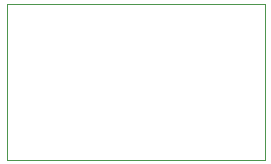
<source format=gbr>
%TF.GenerationSoftware,KiCad,Pcbnew,(5.1.6)-1*%
%TF.CreationDate,2021-08-30T08:33:37-07:00*%
%TF.ProjectId,4N25 Adapter,344e3235-2041-4646-9170-7465722e6b69,rev?*%
%TF.SameCoordinates,Original*%
%TF.FileFunction,Profile,NP*%
%FSLAX46Y46*%
G04 Gerber Fmt 4.6, Leading zero omitted, Abs format (unit mm)*
G04 Created by KiCad (PCBNEW (5.1.6)-1) date 2021-08-30 08:33:37*
%MOMM*%
%LPD*%
G01*
G04 APERTURE LIST*
%TA.AperFunction,Profile*%
%ADD10C,0.050000*%
%TD*%
G04 APERTURE END LIST*
D10*
X103632000Y-97536000D02*
X103632000Y-84328000D01*
X125476000Y-97536000D02*
X103632000Y-97536000D01*
X125476000Y-84328000D02*
X125476000Y-97536000D01*
X103632000Y-84328000D02*
X125476000Y-84328000D01*
M02*

</source>
